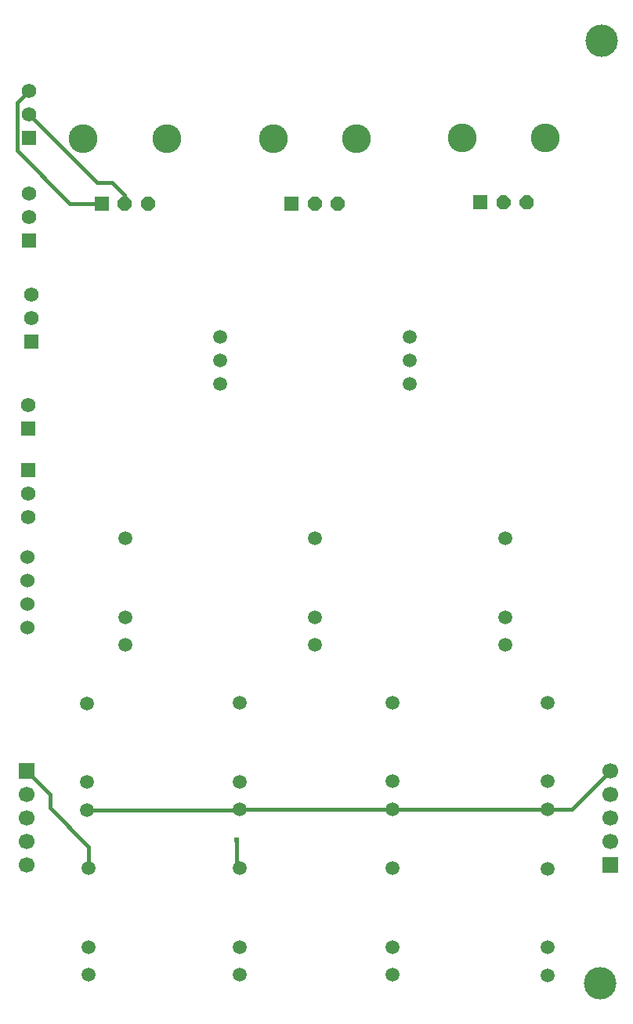
<source format=gtl>
G04 ---------------------------- Layer name :TOP LAYER*
G04 EasyEDA v5.6.10, Fri, 20 Jul 2018 15:00:38 GMT*
G04 107905ebd11d4209b34b6b689eea119d*
G04 Gerber Generator version 0.2*
G04 Scale: 100 percent, Rotated: No, Reflected: No *
G04 Dimensions in millimeters *
G04 leading zeros omitted , absolute positions ,3 integer and 3 decimal *
%FSLAX33Y33*%
%MOMM*%
G90*
G71D02*

%ADD11C,0.399999*%
%ADD12C,0.610006*%
%ADD13R,1.649984X1.649984*%
%ADD14C,3.116072*%
%ADD15C,1.507998*%
%ADD16R,1.574800X1.574800*%
%ADD17C,1.574800*%
%ADD18C,1.501140*%
%ADD19C,1.524000*%
%ADD20R,1.699997X1.699997*%
%ADD21C,1.699997*%
%ADD22C,3.499993*%

%LPD*%
G54D11*
G01X25001Y15513D02*
G01X24696Y15818D01*
G01X24696Y18596D01*
G01X8525Y21837D02*
G01X24974Y21837D01*
G01X25008Y21870D01*
G01X25008Y21870D02*
G01X41473Y21870D01*
G01X41523Y21921D01*
G01X41523Y21921D02*
G01X58285Y21921D01*
G01X58303Y21939D01*
G01X58303Y21939D02*
G01X60916Y21939D01*
G01X65014Y26037D01*
G01X10096Y87387D02*
G01X6670Y87387D01*
G01X922Y93135D01*
G01X922Y98243D01*
G01X2212Y99533D01*
G01X12595Y87388D02*
G01X12595Y88258D01*
G01X11209Y89644D01*
G01X9562Y89644D01*
G01X2212Y96993D01*
G01X8694Y15513D02*
G01X8694Y17864D01*
G01X4478Y22080D01*
G01X4478Y23536D01*
G01X1947Y26067D01*
G54D13*
G01X10095Y87388D03*
G36*
G01X12911Y86626D02*
G01X13357Y87072D01*
G01X13357Y87704D01*
G01X12911Y88150D01*
G01X12280Y88150D01*
G01X11833Y87704D01*
G01X11833Y87072D01*
G01X12280Y86626D01*
G01X12911Y86626D01*
G37*
G36*
G01X15411Y86626D02*
G01X15857Y87072D01*
G01X15857Y87704D01*
G01X15411Y88150D01*
G01X14779Y88150D01*
G01X14333Y87704D01*
G01X14333Y87072D01*
G01X14779Y86626D01*
G01X15411Y86626D01*
G37*
G54D14*
G01X17095Y94388D03*
G01X8095Y94388D03*
G54D13*
G01X30603Y87388D03*
G36*
G01X33419Y86626D02*
G01X33865Y87072D01*
G01X33865Y87704D01*
G01X33419Y88150D01*
G01X32787Y88150D01*
G01X32341Y87704D01*
G01X32341Y87072D01*
G01X32787Y86626D01*
G01X33419Y86626D01*
G37*
G36*
G01X35919Y86626D02*
G01X36365Y87072D01*
G01X36365Y87704D01*
G01X35919Y88150D01*
G01X35287Y88150D01*
G01X34841Y87704D01*
G01X34841Y87072D01*
G01X35287Y86626D01*
G01X35919Y86626D01*
G37*
G54D14*
G01X37603Y94388D03*
G01X28603Y94388D03*
G54D13*
G01X51009Y87490D03*
G36*
G01X53825Y86728D02*
G01X54272Y87174D01*
G01X54272Y87806D01*
G01X53825Y88252D01*
G01X53194Y88252D01*
G01X52747Y87806D01*
G01X52747Y87174D01*
G01X53194Y86728D01*
G01X53825Y86728D01*
G37*
G36*
G01X56325Y86728D02*
G01X56772Y87174D01*
G01X56772Y87806D01*
G01X56325Y88252D01*
G01X55694Y88252D01*
G01X55247Y87806D01*
G01X55247Y87174D01*
G01X55694Y86728D01*
G01X56325Y86728D01*
G37*
G54D14*
G01X58010Y94490D03*
G01X49010Y94490D03*
G54D15*
G01X22898Y72999D03*
G01X22898Y70459D03*
G01X22898Y67919D03*
G01X43398Y72999D03*
G01X43398Y70459D03*
G01X43398Y67919D03*
G54D16*
G01X2181Y63022D03*
G54D17*
G01X2181Y65562D03*
G01X2213Y99533D03*
G01X2213Y96993D03*
G54D16*
G01X2213Y94453D03*
G54D17*
G01X2265Y88484D03*
G01X2265Y85944D03*
G54D16*
G01X2265Y83404D03*
G54D17*
G01X2446Y77562D03*
G01X2446Y75022D03*
G54D16*
G01X2446Y72482D03*
G54D17*
G01X2117Y53522D03*
G01X2117Y56062D03*
G54D16*
G01X2117Y58602D03*
G54D18*
G01X12669Y51164D03*
G01X12669Y42655D03*
G01X12669Y39658D03*
G01X33162Y51182D03*
G01X33162Y42673D03*
G01X33162Y39676D03*
G01X53685Y51182D03*
G01X53685Y42673D03*
G01X53685Y39676D03*
G01X8525Y33343D03*
G01X8525Y24834D03*
G01X8525Y21837D03*
G01X25008Y33377D03*
G01X25008Y24868D03*
G01X25008Y21870D03*
G01X41523Y33427D03*
G01X41523Y24918D03*
G01X41523Y21921D03*
G01X58303Y33445D03*
G01X58303Y24936D03*
G01X58303Y21939D03*
G01X8694Y15513D03*
G01X8694Y7004D03*
G01X8694Y4007D03*
G01X25001Y15513D03*
G01X25001Y7004D03*
G01X25001Y4007D03*
G01X41513Y15513D03*
G01X41513Y7004D03*
G01X41513Y4007D03*
G01X58277Y15503D03*
G01X58277Y6994D03*
G01X58277Y3996D03*
G54D19*
G01X2048Y49139D03*
G01X2048Y46599D03*
G01X2048Y44059D03*
G01X2048Y41519D03*
G54D20*
G01X65014Y15877D03*
G54D21*
G01X65014Y18417D03*
G01X65014Y20957D03*
G01X65014Y23497D03*
G01X65014Y26037D03*
G54D20*
G01X1947Y26067D03*
G54D21*
G01X1947Y23527D03*
G01X1947Y20987D03*
G01X1947Y18447D03*
G01X1947Y15907D03*
G54D22*
G01X64075Y104961D03*
G01X63914Y3090D03*
G54D12*
G01X24696Y18596D03*
M00*
M02*

</source>
